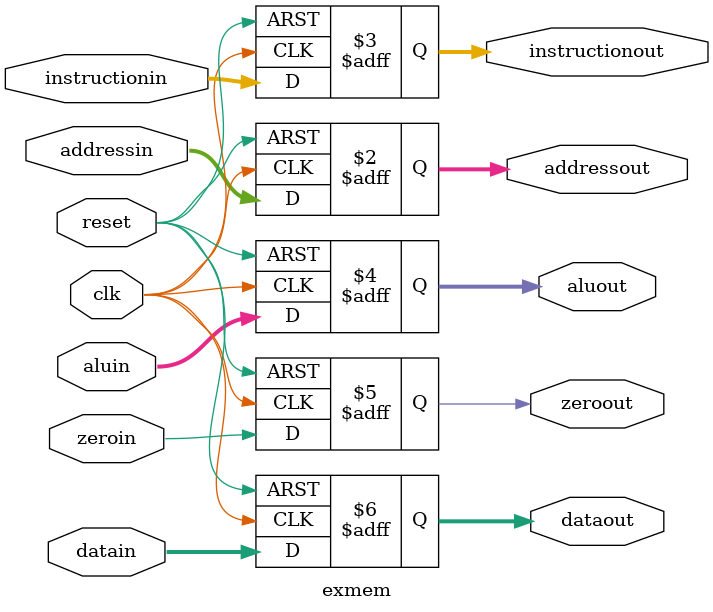
<source format=v>
module exmem (
input clk,
input reset,
input [31:0] instructionin,
input [31:0] addressin,
input [31:0] aluin,
input zeroin,
input [31:0] datain,
output reg [31:0] addressout,
output reg [31:0] instructionout,
output reg [31:0] aluout,
output reg zeroout,
output reg [31:0] dataout

);


always @(posedge clk or posedge reset)
begin
	if(reset)
	begin
	addressout <= 32'b00000000000000000000000000000000;
	instructionout <= 32'b00000000000000000000000000000000;
	aluout <= 32'b00000000000000000000000000000000;
	dataout <= 32'b00000000000000000000000000000000;
	zeroout <= 1'b0;
	end
	
	else
	begin
	addressout <= addressin;
	instructionout <= instructionin;
	aluout <= aluin;
	dataout <= datain;
	zeroout <= zeroin;
	end
	
end
endmodule
</source>
